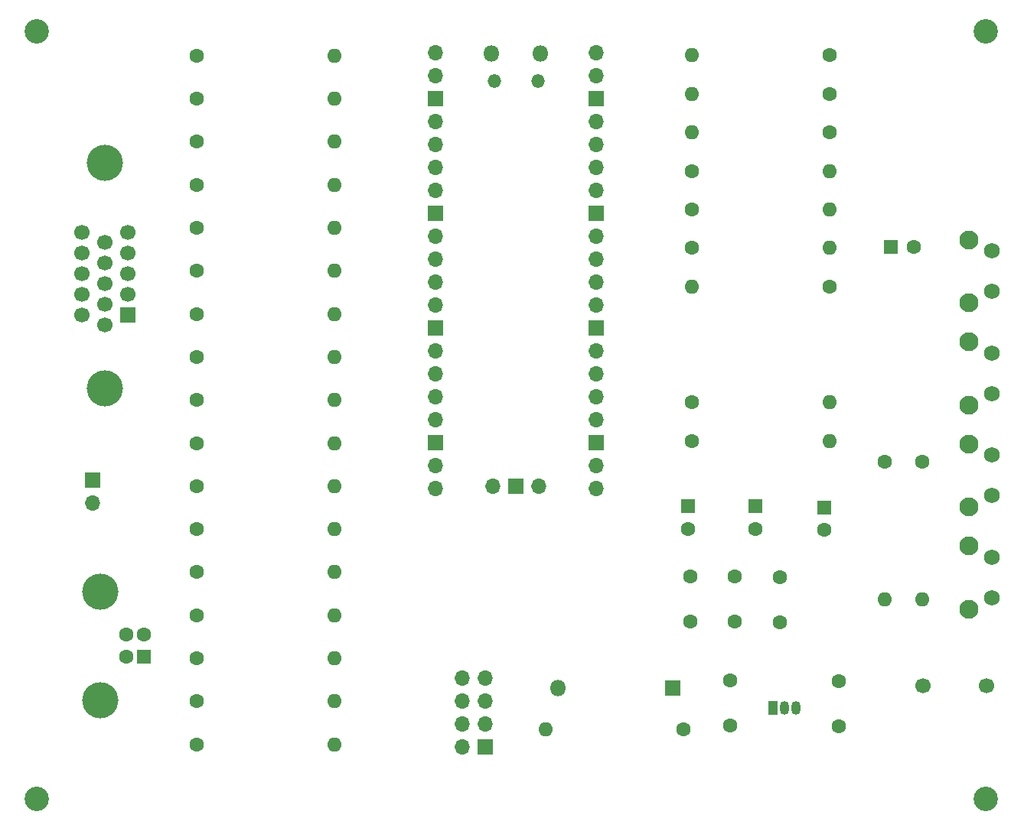
<source format=gbr>
%TF.GenerationSoftware,KiCad,Pcbnew,(5.1.9)-1*%
%TF.CreationDate,2021-02-02T00:48:23+00:00*%
%TF.ProjectId,pico_vga_sd_aud,7069636f-5f76-4676-915f-73645f617564,rev?*%
%TF.SameCoordinates,Original*%
%TF.FileFunction,Soldermask,Bot*%
%TF.FilePolarity,Negative*%
%FSLAX46Y46*%
G04 Gerber Fmt 4.6, Leading zero omitted, Abs format (unit mm)*
G04 Created by KiCad (PCBNEW (5.1.9)-1) date 2021-02-02 00:48:23*
%MOMM*%
%LPD*%
G01*
G04 APERTURE LIST*
%ADD10O,1.700000X1.700000*%
%ADD11R,1.700000X1.700000*%
%ADD12O,1.500000X1.500000*%
%ADD13O,1.800000X1.800000*%
%ADD14O,1.600000X1.600000*%
%ADD15C,1.600000*%
%ADD16R,1.600000X1.600000*%
%ADD17C,2.100000*%
%ADD18C,1.750000*%
%ADD19R,1.050000X1.500000*%
%ADD20O,1.050000X1.500000*%
%ADD21C,4.000000*%
%ADD22R,1.800000X1.800000*%
%ADD23C,1.700000*%
%ADD24C,2.700000*%
G04 APERTURE END LIST*
D10*
%TO.C,U2*%
X145284400Y-89355800D03*
D11*
X142744400Y-89355800D03*
D10*
X140204400Y-89355800D03*
D12*
X145169400Y-44485800D03*
X140319400Y-44485800D03*
D13*
X145469400Y-41455800D03*
X140019400Y-41455800D03*
D10*
X151634400Y-41325800D03*
X151634400Y-43865800D03*
D11*
X151634400Y-46405800D03*
D10*
X151634400Y-48945800D03*
X151634400Y-51485800D03*
X151634400Y-54025800D03*
X151634400Y-56565800D03*
D11*
X151634400Y-59105800D03*
D10*
X151634400Y-61645800D03*
X151634400Y-64185800D03*
X151634400Y-66725800D03*
X151634400Y-69265800D03*
D11*
X151634400Y-71805800D03*
D10*
X151634400Y-74345800D03*
X151634400Y-76885800D03*
X151634400Y-79425800D03*
X151634400Y-81965800D03*
D11*
X151634400Y-84505800D03*
D10*
X151634400Y-87045800D03*
X151634400Y-89585800D03*
X133854400Y-89585800D03*
X133854400Y-87045800D03*
D11*
X133854400Y-84505800D03*
D10*
X133854400Y-81965800D03*
X133854400Y-79425800D03*
X133854400Y-76885800D03*
X133854400Y-74345800D03*
D11*
X133854400Y-71805800D03*
D10*
X133854400Y-69265800D03*
X133854400Y-66725800D03*
X133854400Y-64185800D03*
X133854400Y-61645800D03*
D11*
X133854400Y-59105800D03*
D10*
X133854400Y-56565800D03*
X133854400Y-54025800D03*
X133854400Y-51485800D03*
X133854400Y-48945800D03*
D11*
X133854400Y-46405800D03*
D10*
X133854400Y-43865800D03*
X133854400Y-41325800D03*
%TD*%
D14*
%TO.C,R24*%
X162162700Y-50156820D03*
D15*
X177402700Y-50156820D03*
%TD*%
D14*
%TO.C,R23*%
X162162700Y-45885560D03*
D15*
X177402700Y-45885560D03*
%TD*%
%TO.C,C21*%
X161794400Y-94067000D03*
D16*
X161794400Y-91567000D03*
%TD*%
D15*
%TO.C,C19*%
X186722600Y-62838500D03*
D16*
X184222600Y-62838500D03*
%TD*%
D15*
%TO.C,C15*%
X169223900Y-94067000D03*
D16*
X169223900Y-91567000D03*
%TD*%
D15*
%TO.C,C14*%
X176831200Y-94205600D03*
D16*
X176831200Y-91705600D03*
%TD*%
D17*
%TO.C,SW4*%
X192886800Y-73349066D03*
D18*
X195376800Y-74599066D03*
X195376800Y-79099066D03*
D17*
X192886800Y-80359066D03*
%TD*%
%TO.C,SW3*%
X192886800Y-84652432D03*
D18*
X195376800Y-85902432D03*
X195376800Y-90402432D03*
D17*
X192886800Y-91662432D03*
%TD*%
%TO.C,SW2*%
X192886800Y-95955800D03*
D18*
X195376800Y-97205800D03*
X195376800Y-101705800D03*
D17*
X192886800Y-102965800D03*
%TD*%
%TO.C,SW1*%
X192886800Y-62045700D03*
D18*
X195376800Y-63295700D03*
X195376800Y-67795700D03*
D17*
X192886800Y-69055700D03*
%TD*%
D14*
%TO.C,R8*%
X177402700Y-84326900D03*
D15*
X162162700Y-84326900D03*
%TD*%
D14*
%TO.C,R7*%
X162162700Y-67241860D03*
D15*
X177402700Y-67241860D03*
%TD*%
D19*
%TO.C,U1*%
X171179700Y-113880900D03*
D20*
X173719700Y-113880900D03*
X172449700Y-113880900D03*
%TD*%
D21*
%TO.C,J5*%
X96761800Y-113016400D03*
X96761800Y-101016400D03*
D15*
X99621800Y-108266400D03*
X99621800Y-105766400D03*
X101621800Y-105766400D03*
D16*
X101621800Y-108266400D03*
%TD*%
D13*
%TO.C,D1*%
X147418000Y-111709200D03*
D22*
X160118000Y-111709200D03*
%TD*%
D14*
%TO.C,R40*%
X122682000Y-89333380D03*
D15*
X107442000Y-89333380D03*
%TD*%
D14*
%TO.C,R39*%
X122682000Y-94099848D03*
D15*
X107442000Y-94099848D03*
%TD*%
D14*
%TO.C,R38*%
X122682000Y-98866316D03*
D15*
X107442000Y-98866316D03*
%TD*%
D14*
%TO.C,R37*%
X122682000Y-103632784D03*
D15*
X107442000Y-103632784D03*
%TD*%
D14*
%TO.C,R36*%
X122682000Y-108399252D03*
D15*
X107442000Y-108399252D03*
%TD*%
D14*
%TO.C,R35*%
X122682000Y-65501040D03*
D15*
X107442000Y-65501040D03*
%TD*%
D14*
%TO.C,R34*%
X122682000Y-70267508D03*
D15*
X107442000Y-70267508D03*
%TD*%
D14*
%TO.C,R33*%
X122682000Y-75033976D03*
D15*
X107442000Y-75033976D03*
%TD*%
D14*
%TO.C,R32*%
X122682000Y-79800444D03*
D15*
X107442000Y-79800444D03*
%TD*%
D14*
%TO.C,R31*%
X122682000Y-84566912D03*
D15*
X107442000Y-84566912D03*
%TD*%
D14*
%TO.C,R30*%
X122682000Y-41668700D03*
D15*
X107442000Y-41668700D03*
%TD*%
D14*
%TO.C,R29*%
X122682000Y-46435168D03*
D15*
X107442000Y-46435168D03*
%TD*%
D14*
%TO.C,R28*%
X122682000Y-51201636D03*
D15*
X107442000Y-51201636D03*
%TD*%
D14*
%TO.C,R27*%
X122682000Y-55968104D03*
D15*
X107442000Y-55968104D03*
%TD*%
D14*
%TO.C,R26*%
X122682000Y-60734572D03*
D15*
X107442000Y-60734572D03*
%TD*%
D14*
%TO.C,R22*%
X177402700Y-54428080D03*
D15*
X162162700Y-54428080D03*
%TD*%
D14*
%TO.C,R21*%
X177402700Y-58699340D03*
D15*
X162162700Y-58699340D03*
%TD*%
D14*
%TO.C,R20*%
X177402700Y-62970600D03*
D15*
X162162700Y-62970600D03*
%TD*%
D14*
%TO.C,R11*%
X122682000Y-117932200D03*
D15*
X107442000Y-117932200D03*
%TD*%
D14*
%TO.C,R10*%
X122682000Y-113165720D03*
D15*
X107442000Y-113165720D03*
%TD*%
D14*
%TO.C,R9*%
X162162700Y-41614300D03*
D15*
X177402700Y-41614300D03*
%TD*%
D14*
%TO.C,R4*%
X177402700Y-80055640D03*
D15*
X162162700Y-80055640D03*
%TD*%
D14*
%TO.C,R3*%
X146008300Y-116293900D03*
D15*
X161248300Y-116293900D03*
%TD*%
D14*
%TO.C,R2*%
X183536800Y-101891000D03*
D15*
X183536800Y-86651000D03*
%TD*%
D14*
%TO.C,R1*%
X187715100Y-101891000D03*
D15*
X187715100Y-86651000D03*
%TD*%
D10*
%TO.C,J7*%
X136838900Y-110577800D03*
X139378900Y-110577800D03*
X136838900Y-113117800D03*
X139378900Y-113117800D03*
X136838900Y-115657800D03*
X139378900Y-115657800D03*
X136838900Y-118197800D03*
D11*
X139378900Y-118197800D03*
%TD*%
D10*
%TO.C,J6*%
X95881400Y-91184900D03*
D11*
X95881400Y-88644900D03*
%TD*%
%TO.C,J4*%
X99805700Y-70368900D03*
D23*
X99805700Y-68078900D03*
X99805700Y-65788900D03*
X99805700Y-63498900D03*
X99805700Y-61208900D03*
X94725700Y-70368900D03*
X94725700Y-65788900D03*
X94725700Y-68078900D03*
X94725700Y-61208900D03*
X94725700Y-63498900D03*
X97265700Y-62353900D03*
X97265700Y-64643900D03*
X97265700Y-71513900D03*
X97265700Y-69223900D03*
X97265700Y-66933900D03*
D21*
X97265700Y-78533900D03*
X97265700Y-53543900D03*
%TD*%
D23*
%TO.C,J2*%
X194812500Y-111454100D03*
X187812500Y-111454100D03*
%TD*%
D24*
%TO.C,H4*%
X194712800Y-123989000D03*
%TD*%
%TO.C,H3*%
X89712800Y-123989000D03*
%TD*%
%TO.C,H2*%
X194712800Y-38989000D03*
%TD*%
%TO.C,H1*%
X89712800Y-38989000D03*
%TD*%
D15*
%TO.C,C8*%
X171916300Y-104389100D03*
X171916300Y-99389100D03*
%TD*%
%TO.C,C7*%
X162048400Y-104312900D03*
X162048400Y-99312900D03*
%TD*%
%TO.C,C4*%
X166950600Y-104312900D03*
X166950600Y-99312900D03*
%TD*%
%TO.C,C2*%
X178494900Y-110924500D03*
X178494900Y-115924500D03*
%TD*%
%TO.C,C1*%
X166417200Y-115882600D03*
X166417200Y-110882600D03*
%TD*%
M02*

</source>
